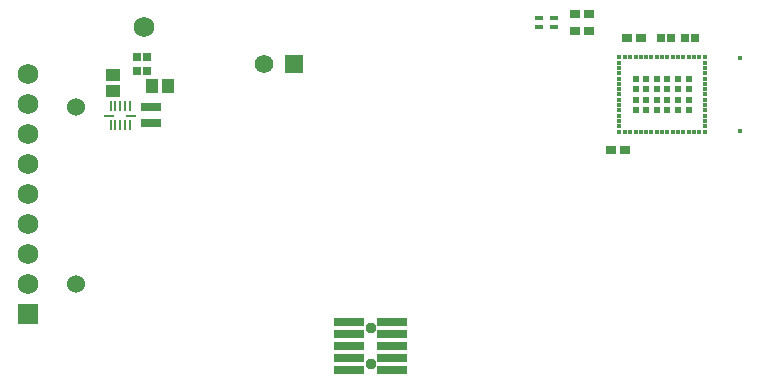
<source format=gbr>
%TF.GenerationSoftware,Altium Limited,Altium Designer,23.4.1 (23)*%
G04 Layer_Color=8388736*
%FSLAX45Y45*%
%MOMM*%
%TF.SameCoordinates,38C36DA3-20F4-41F3-B595-29ED6E075D57*%
%TF.FilePolarity,Negative*%
%TF.FileFunction,Soldermask,Top*%
%TF.Part,Single*%
G01*
G75*
%TA.AperFunction,SMDPad,CuDef*%
%ADD10R,0.43000X0.43000*%
%TA.AperFunction,BGAPad,CuDef*%
%ADD11R,0.60000X0.60000*%
%TA.AperFunction,ConnectorPad*%
%ADD12R,0.35000X0.30000*%
%TA.AperFunction,SMDPad,CuDef*%
%ADD13R,0.35000X0.35000*%
%TA.AperFunction,ConnectorPad*%
%ADD14R,0.30000X0.35000*%
%TA.AperFunction,SMDPad,CuDef*%
%ADD18R,0.70000X0.40000*%
%ADD19R,0.86360X0.20320*%
%ADD20R,0.20320X0.86360*%
%TA.AperFunction,ComponentPad*%
%ADD34C,1.52400*%
%ADD35C,1.57000*%
%ADD36R,1.57000X1.57000*%
%TA.AperFunction,SMDPad,CuDef*%
%ADD45R,0.90000X0.75000*%
%ADD46R,0.75000X0.79000*%
%ADD47R,2.55000X0.71000*%
%ADD48R,1.75000X0.80000*%
%ADD49R,1.15000X1.05000*%
%ADD50R,1.05000X1.15000*%
%TA.AperFunction,ViaPad*%
%ADD51C,1.75000*%
%TA.AperFunction,ComponentPad*%
%ADD52C,1.75000*%
%ADD53R,1.75000X1.75000*%
%ADD54C,0.95000*%
D10*
X8423500Y4765000D02*
D03*
Y5375000D02*
D03*
D11*
X7900000Y5025000D02*
D03*
X7810000D02*
D03*
X7720000D02*
D03*
X7630000D02*
D03*
Y5115000D02*
D03*
X7720000D02*
D03*
X7810000D02*
D03*
X7900000D02*
D03*
X7990000D02*
D03*
Y5025000D02*
D03*
X7540000D02*
D03*
Y5115000D02*
D03*
X7990000Y4935000D02*
D03*
X7900000D02*
D03*
X7810000D02*
D03*
X7720000D02*
D03*
X7630000D02*
D03*
X7540000D02*
D03*
Y5205000D02*
D03*
X7630000D02*
D03*
X7720000D02*
D03*
X7810000D02*
D03*
X7900000D02*
D03*
X7990000D02*
D03*
D12*
X8127500Y5340000D02*
D03*
Y5295000D02*
D03*
Y5250000D02*
D03*
Y5205000D02*
D03*
Y5160000D02*
D03*
Y5115000D02*
D03*
Y5070000D02*
D03*
Y5025000D02*
D03*
Y4980000D02*
D03*
Y4935000D02*
D03*
Y4890000D02*
D03*
Y4845000D02*
D03*
Y4800000D02*
D03*
X7402500Y4800000D02*
D03*
Y4845000D02*
D03*
Y4890000D02*
D03*
Y4935000D02*
D03*
Y4980000D02*
D03*
Y5025000D02*
D03*
Y5070000D02*
D03*
Y5115000D02*
D03*
Y5160000D02*
D03*
Y5205000D02*
D03*
Y5250000D02*
D03*
Y5295000D02*
D03*
Y5340000D02*
D03*
D13*
Y4752500D02*
D03*
Y5387500D02*
D03*
X8127500Y4752500D02*
D03*
Y5387500D02*
D03*
D14*
X8080000Y4752500D02*
D03*
X8035000D02*
D03*
X7990000D02*
D03*
X7945000D02*
D03*
X7900000D02*
D03*
X7855000D02*
D03*
X7810000D02*
D03*
X7765000D02*
D03*
X7720000D02*
D03*
X7675000D02*
D03*
X7630000D02*
D03*
X7585000D02*
D03*
X7540000D02*
D03*
X7495000D02*
D03*
X7450000D02*
D03*
Y5387500D02*
D03*
X7495000D02*
D03*
X7540000D02*
D03*
X7585000D02*
D03*
X7630000D02*
D03*
X7675000D02*
D03*
X7720000D02*
D03*
X7765000D02*
D03*
X7810000D02*
D03*
X7855000D02*
D03*
X7900000D02*
D03*
X7945000D02*
D03*
X7990000D02*
D03*
X8035000D02*
D03*
X8080000D02*
D03*
D18*
X6850000Y5645000D02*
D03*
X6720000D02*
D03*
Y5715000D02*
D03*
X6850000D02*
D03*
D19*
X3083024Y4891771D02*
D03*
X3268444D02*
D03*
D20*
X3095733Y4969241D02*
D03*
X3135734D02*
D03*
X3175734D02*
D03*
X3215733D02*
D03*
X3255734D02*
D03*
Y4814301D02*
D03*
X3215733D02*
D03*
X3175734D02*
D03*
X3135734D02*
D03*
X3095733D02*
D03*
D34*
X2805000Y3467500D02*
D03*
Y4966100D02*
D03*
D35*
X4398000Y5325000D02*
D03*
D36*
X4652000D02*
D03*
D45*
X7333549Y4599271D02*
D03*
X7448549D02*
D03*
X7467500Y5550000D02*
D03*
X7582500D02*
D03*
X7027500Y5605000D02*
D03*
X7142500D02*
D03*
X7027500Y5755000D02*
D03*
X7142500D02*
D03*
D46*
X7844000Y5550000D02*
D03*
X7756000D02*
D03*
X3318500Y5387500D02*
D03*
X3406500D02*
D03*
X8044000Y5550000D02*
D03*
X7956000D02*
D03*
X3315714Y5269357D02*
D03*
X3403714D02*
D03*
D47*
X5477500Y2740000D02*
D03*
X5117500D02*
D03*
X5477500Y2840000D02*
D03*
X5117500D02*
D03*
X5477500Y2940000D02*
D03*
X5117500D02*
D03*
X5477500Y3040000D02*
D03*
X5117500D02*
D03*
X5477500Y3140000D02*
D03*
X5117500D02*
D03*
D48*
X3435734Y4829301D02*
D03*
Y4964301D02*
D03*
D49*
X3120000Y5237500D02*
D03*
Y5102500D02*
D03*
D50*
X3578234Y5139301D02*
D03*
X3443234D02*
D03*
D51*
X3377614Y5645007D02*
D03*
D52*
X2400000Y5241000D02*
D03*
Y4987000D02*
D03*
Y4733000D02*
D03*
Y4225000D02*
D03*
Y3717000D02*
D03*
Y3463000D02*
D03*
Y3971000D02*
D03*
Y4479000D02*
D03*
D53*
Y3209000D02*
D03*
D54*
X5297500Y2790000D02*
D03*
Y3090000D02*
D03*
%TF.MD5,025dc451a5da002154ddd1515cd4d5ea*%
M02*

</source>
